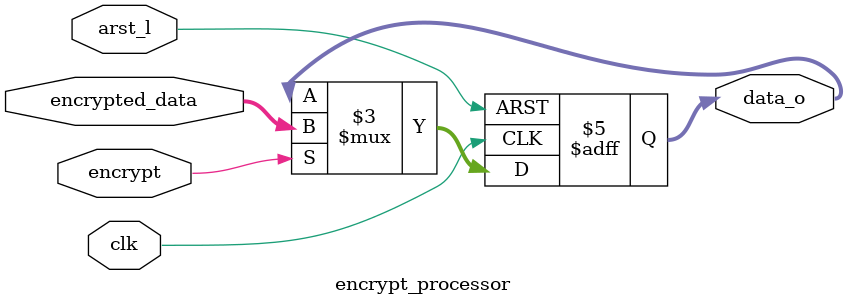
<source format=sv>
module lfsr_stream_cipher #(
    parameter LFSR_WIDTH = 16,
    parameter DATA_WIDTH = 8
) (
    input  wire                    clk,
    input  wire                    arst_l,
    input  wire                    seed_load,
    input  wire                    encrypt,
    input  wire [LFSR_WIDTH-1:0]   seed,
    input  wire [DATA_WIDTH-1:0]   data_i,
    output wire [DATA_WIDTH-1:0]   data_o
);
    // 内部连线
    wire [LFSR_WIDTH-1:0]  lfsr_state;
    wire [DATA_WIDTH-1:0]  key_stream;
    
    // 数据加密逻辑预计算，减少加密处理器中的组合逻辑延迟
    wire [DATA_WIDTH-1:0]  encrypted_data = data_i ^ key_stream;

    // LFSR子模块实例化
    lfsr_generator #(
        .LFSR_WIDTH(LFSR_WIDTH)
    ) lfsr_gen_inst (
        .clk       (clk),
        .arst_l    (arst_l),
        .seed_load (seed_load),
        .seed      (seed),
        .lfsr_out  (lfsr_state)
    );

    // 密钥生成子模块实例化
    keystream_generator #(
        .LFSR_WIDTH(LFSR_WIDTH),
        .DATA_WIDTH(DATA_WIDTH)
    ) key_gen_inst (
        .lfsr_state  (lfsr_state),
        .key_stream  (key_stream)
    );

    // 加密处理子模块实例化
    encrypt_processor #(
        .DATA_WIDTH(DATA_WIDTH)
    ) encrypt_proc_inst (
        .clk           (clk),
        .arst_l        (arst_l),
        .encrypt       (encrypt),
        .encrypted_data(encrypted_data),
        .data_o        (data_o)
    );
endmodule

// LFSR生成器子模块
module lfsr_generator #(
    parameter LFSR_WIDTH = 16
) (
    input  wire                   clk,
    input  wire                   arst_l,
    input  wire                   seed_load,
    input  wire [LFSR_WIDTH-1:0]  seed,
    output reg  [LFSR_WIDTH-1:0]  lfsr_out
);
    // 预计算反馈位，分散反馈计算并利用寄存器减少组合逻辑深度
    reg [3:0] feedback_taps;
    wire feedback = ^feedback_taps;
    
    always @(*) begin
        feedback_taps[0] = lfsr_out[0];
        feedback_taps[1] = lfsr_out[2];
        feedback_taps[2] = lfsr_out[3];
        feedback_taps[3] = lfsr_out[5];
    end
    
    // LFSR状态更新逻辑
    always @(posedge clk or negedge arst_l) begin
        if (~arst_l) 
            lfsr_out <= {LFSR_WIDTH{1'b1}};
        else if (seed_load) 
            lfsr_out <= seed;
        else 
            lfsr_out <= {feedback, lfsr_out[LFSR_WIDTH-1:1]};
    end
endmodule

// 密钥流生成器子模块
module keystream_generator #(
    parameter LFSR_WIDTH = 16,
    parameter DATA_WIDTH = 8
) (
    input  wire [LFSR_WIDTH-1:0]  lfsr_state,
    output wire [DATA_WIDTH-1:0]  key_stream
);
    // 直接提取密钥流，无需修改
    assign key_stream = lfsr_state[LFSR_WIDTH-1:LFSR_WIDTH-DATA_WIDTH];
endmodule

// 加密处理器子模块 - 优化版本
module encrypt_processor #(
    parameter DATA_WIDTH = 8
) (
    input  wire                   clk,
    input  wire                   arst_l,
    input  wire                   encrypt,
    input  wire [DATA_WIDTH-1:0]  encrypted_data,
    output reg  [DATA_WIDTH-1:0]  data_o
);
    // 简化的加密逻辑，XOR操作已在顶层模块提前计算
    always @(posedge clk or negedge arst_l) begin
        if (~arst_l) 
            data_o <= {DATA_WIDTH{1'b0}};
        else if (encrypt) 
            data_o <= encrypted_data;
    end
endmodule
</source>
